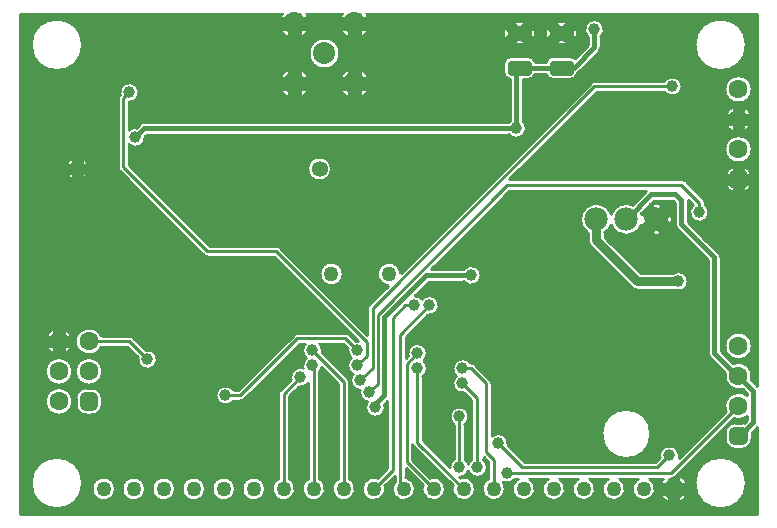
<source format=gbr>
G04 Generated by Ultiboard 13.0 *
%FSLAX24Y24*%
%MOIN*%

%ADD10C,0.0001*%
%ADD11C,0.0100*%
%ADD12C,0.0160*%
%ADD13C,0.0300*%
%ADD14C,0.0394*%
%ADD15C,0.0500*%
%ADD16R,0.0250X0.0250*%
%ADD17C,0.0350*%
%ADD18C,0.0633*%
%ADD19R,0.0208X0.0208*%
%ADD20C,0.0392*%
%ADD21R,0.0550X0.0250*%
%ADD22C,0.0233*%
%ADD23C,0.0735*%
%ADD24C,0.0534*%
%ADD25C,0.0783*%


G04 ColorRGB 0000FF for the following layer *
%LNCopper Bottom*%
%LPD*%
G54D10*
G36*
X22411Y10600D02*
X22411Y10600D01*
X22411Y9887D01*
X23000Y9298D01*
X23000Y9298D01*
X23449Y8849D01*
G74*
D01*
G02X23511Y8700I148J149*
G01*
X23511Y8700D01*
X23511Y5587D01*
X23926Y5172D01*
G75*
D01*
G02X24536Y4613I175J-421*
G01*
X24536Y4613D01*
X24731Y4417D01*
X24731Y16818D01*
X11708Y16818D01*
G74*
D01*
G02X11784Y16683I407J318*
G01*
X11784Y16683D01*
X11534Y16683D01*
G75*
D01*
G02X11534Y16317I-234J-183*
G01*
X11534Y16317D01*
X11784Y16317D01*
G74*
D01*
G02X11483Y16016I484J183*
G01*
X11483Y16016D01*
X11483Y16266D01*
G75*
D01*
G02X11117Y16266I-183J234*
G01*
X11117Y16266D01*
X11117Y16016D01*
G74*
D01*
G02X10816Y16317I183J484*
G01*
X10816Y16317D01*
X11066Y16317D01*
G75*
D01*
G02X11066Y16683I234J183*
G01*
X11066Y16683D01*
X10816Y16683D01*
G74*
D01*
G02X10892Y16818I483J183*
G01*
X10892Y16818D01*
X9708Y16818D01*
G74*
D01*
G02X9784Y16683I407J318*
G01*
X9784Y16683D01*
X9534Y16683D01*
G75*
D01*
G02X9534Y16317I-234J-183*
G01*
X9534Y16317D01*
X9784Y16317D01*
G74*
D01*
G02X9483Y16016I484J183*
G01*
X9483Y16016D01*
X9483Y16266D01*
G75*
D01*
G02X9117Y16266I-183J234*
G01*
X9117Y16266D01*
X9117Y16016D01*
G74*
D01*
G02X8816Y16317I183J484*
G01*
X8816Y16317D01*
X9066Y16317D01*
G75*
D01*
G02X9066Y16683I234J183*
G01*
X9066Y16683D01*
X8816Y16683D01*
G74*
D01*
G02X8892Y16818I483J183*
G01*
X8892Y16818D01*
X151Y16818D01*
X151Y151D01*
X24731Y151D01*
X24731Y3033D01*
X24542Y2843D01*
X24542Y2646D01*
G75*
D01*
G02X24204Y2308I-338J0*
G01*
X24204Y2308D01*
X23996Y2308D01*
G75*
D01*
G02X23658Y2646I0J338*
G01*
X23658Y2646D01*
X23658Y2854D01*
G75*
D01*
G02X23996Y3192I338J0*
G01*
X23996Y3192D01*
X24204Y3192D01*
G74*
D01*
G02X24284Y3182I2J338*
G01*
X24284Y3182D01*
X24389Y3287D01*
X24389Y3396D01*
G75*
D01*
G02X23931Y3326I-288J353*
G01*
X23931Y3326D01*
X21978Y1372D01*
G74*
D01*
G02X21850Y1319I128J128*
G01*
X21850Y1319D01*
X21784Y1319D01*
X21784Y1141D01*
X21501Y1141D01*
G74*
D01*
G02X21579Y1319I314J32*
G01*
X21579Y1319D01*
X21141Y1319D01*
G75*
D01*
G02X20741Y1319I-200J-335*
G01*
X20741Y1319D01*
X20141Y1319D01*
G75*
D01*
G02X19741Y1319I-200J-335*
G01*
X19741Y1319D01*
X19141Y1319D01*
G75*
D01*
G02X18741Y1319I-200J-335*
G01*
X18741Y1319D01*
X18141Y1319D01*
G75*
D01*
G02X17741Y1319I-200J-335*
G01*
X17741Y1319D01*
X17141Y1319D01*
G75*
D01*
G02X16741Y1319I-200J-335*
G01*
X16741Y1319D01*
X16672Y1319D01*
G75*
D01*
G02X16264Y1203I-272J180*
G01*
G75*
D01*
G02X15760Y1330I-323J-218*
G01*
X15760Y1330D01*
X15760Y1884D01*
X15601Y2043D01*
X15601Y1958D01*
G75*
D01*
G02X15100Y1570I-201J-258*
G01*
G74*
D01*
G02X14808Y1373I299J129*
G01*
X14808Y1373D01*
X14825Y1356D01*
G75*
D01*
G02X14569Y1101I115J-372*
G01*
X14569Y1101D01*
X13272Y2397D01*
G74*
D01*
G02X13231Y2461I129J127*
G01*
X13231Y2461D01*
X13231Y1950D01*
X13825Y1356D01*
G75*
D01*
G02X13569Y1101I115J-372*
G01*
X13569Y1101D01*
X13001Y1669D01*
X13001Y1370D01*
G75*
D01*
G02X12639Y1231I-60J-385*
G01*
X12639Y1231D01*
X12639Y1427D01*
X12313Y1101D01*
G75*
D01*
G02X12057Y1356I-371J-117*
G01*
X12057Y1356D01*
X12399Y1698D01*
X12399Y3901D01*
X12308Y3810D01*
G75*
D01*
G02X11728Y3881I-308J-110*
G01*
G75*
D01*
G02X11482Y4274I72J319*
G01*
G75*
D01*
G02X11249Y4810I16J326*
G01*
G75*
D01*
G02X11189Y5350I149J290*
G01*
G75*
D01*
G02X11080Y5665I211J250*
G01*
X11080Y5665D01*
X10925Y5819D01*
X10143Y5819D01*
G75*
D01*
G02X10220Y5535I-243J-218*
G01*
X10220Y5535D01*
X11069Y4687D01*
G74*
D01*
G02X11122Y4559I128J128*
G01*
X11122Y4559D01*
X11122Y1330D01*
G75*
D01*
G02X10760Y1330I-181J-345*
G01*
X10760Y1330D01*
X10760Y4484D01*
X10218Y5026D01*
G74*
D01*
G02X10122Y4860I318J73*
G01*
X10122Y4860D01*
X10122Y1330D01*
G75*
D01*
G02X9760Y1330I-181J-345*
G01*
X9760Y1330D01*
X9760Y4502D01*
G75*
D01*
G02X9435Y4380I-259J197*
G01*
X9435Y4380D01*
X9298Y4242D01*
X9122Y4066D01*
X9122Y1330D01*
G75*
D01*
G02X8760Y1330I-181J-345*
G01*
X8760Y1330D01*
X8760Y4141D01*
G75*
D01*
G02X8813Y4269I181J0*
G01*
X8813Y4269D01*
X9180Y4635D01*
G75*
D01*
G02X9584Y5016I319J66*
G01*
G75*
D01*
G02X9689Y5350I315J85*
G01*
G75*
D01*
G02X9657Y5819I211J250*
G01*
X9657Y5819D01*
X9475Y5819D01*
X9303Y5647D01*
X7628Y3972D01*
G74*
D01*
G02X7556Y3928I128J128*
G01*
G75*
D01*
G02X7500Y3919I-56J171*
G01*
X7500Y3919D01*
X7272Y3919D01*
G75*
D01*
G02X7272Y4281I-271J181*
G01*
X7272Y4281D01*
X7425Y4281D01*
X9272Y6128D01*
G74*
D01*
G02X9367Y6178I128J128*
G01*
G75*
D01*
G02X9400Y6181I33J-178*
G01*
X9400Y6181D01*
X11000Y6181D01*
G75*
D01*
G02X11046Y6175I0J-181*
G01*
G74*
D01*
G02X11128Y6128I45J174*
G01*
X11128Y6128D01*
X11335Y5920D01*
G75*
D01*
G02X11418Y5926I65J-319*
G01*
X11418Y5926D01*
X8625Y8719D01*
X6400Y8719D01*
G75*
D01*
G02X6359Y8724I1J181*
G01*
G74*
D01*
G02X6272Y8772I40J175*
G01*
X6272Y8772D01*
X5746Y9298D01*
X5746Y9298D01*
X3472Y11572D01*
G75*
D01*
G02X3419Y11700I128J128*
G01*
X3419Y11700D01*
X3419Y14000D01*
G75*
D01*
G02X3472Y14128I181J0*
G01*
X3472Y14128D01*
X3480Y14135D01*
G75*
D01*
G02X3781Y13874I320J64*
G01*
X3781Y13874D01*
X3781Y12943D01*
G75*
D01*
G02X4027Y13026I219J-243*
G01*
X4027Y13026D01*
X4151Y13149D01*
G74*
D01*
G02X4257Y13207I150J147*
G01*
G75*
D01*
G02X4300Y13211I41J-207*
G01*
X4300Y13211D01*
X16450Y13211D01*
G74*
D01*
G02X16489Y13250I250J211*
G01*
X16489Y13250D01*
X16489Y14636D01*
G75*
D01*
G02X16267Y14892I36J255*
G01*
X16267Y14892D01*
X16267Y15142D01*
G75*
D01*
G02X16525Y15400I258J0*
G01*
X16525Y15400D01*
X17075Y15400D01*
G74*
D01*
G02X17318Y15228I0J258*
G01*
X17318Y15228D01*
X17682Y15228D01*
G75*
D01*
G02X17925Y15400I243J-85*
G01*
X17925Y15400D01*
X18475Y15400D01*
G74*
D01*
G02X18641Y15339I1J258*
G01*
X18641Y15339D01*
X19089Y15787D01*
X19089Y16050D01*
G75*
D01*
G02X19511Y16050I211J250*
G01*
X19511Y16050D01*
X19511Y15700D01*
G75*
D01*
G02X19449Y15551I-211J0*
G01*
X19449Y15551D01*
X18766Y14868D01*
G74*
D01*
G02X18727Y14837I149J148*
G01*
G74*
D01*
G02X18475Y14634I251J54*
G01*
X18475Y14634D01*
X17925Y14634D01*
G75*
D01*
G02X17682Y14806I0J258*
G01*
X17682Y14806D01*
X17318Y14806D01*
G74*
D01*
G02X17075Y14634I243J85*
G01*
X17075Y14634D01*
X16911Y14634D01*
X16911Y13250D01*
G75*
D01*
G02X16450Y12789I-212J-249*
G01*
X16450Y12789D01*
X4387Y12789D01*
X4326Y12727D01*
G75*
D01*
G02X3781Y12457I-326J-27*
G01*
X3781Y12457D01*
X3781Y11775D01*
X6475Y9081D01*
X8700Y9081D01*
G75*
D01*
G02X8761Y9070I-1J-181*
G01*
G74*
D01*
G02X8828Y9028I60J170*
G01*
X8828Y9028D01*
X11729Y6127D01*
X11729Y7010D01*
G75*
D01*
G02X11782Y7138I181J0*
G01*
X11782Y7138D01*
X12407Y7762D01*
G75*
D01*
G02X12838Y8193I43J388*
G01*
X12838Y8193D01*
X13942Y9298D01*
X13942Y9298D01*
X19172Y14528D01*
G74*
D01*
G02X19251Y14574I128J128*
G01*
G75*
D01*
G02X19300Y14581I50J-173*
G01*
X19300Y14581D01*
X21628Y14581D01*
G75*
D01*
G02X21628Y14219I271J-181*
G01*
X21628Y14219D01*
X19375Y14219D01*
X16457Y11301D01*
X22200Y11301D01*
G75*
D01*
G02X22231Y11299I3J-201*
G01*
G74*
D01*
G02X22342Y11242I32J198*
G01*
X22342Y11242D01*
X22942Y10642D01*
G74*
D01*
G02X23001Y10500I141J142*
G01*
X23001Y10500D01*
X23001Y10458D01*
G75*
D01*
G02X22577Y10439I-201J-258*
G01*
X22577Y10439D01*
X22411Y10605D01*
X22411Y10600D01*
D02*
G37*
%LPC*%
G36*
X9117Y14266D02*
X9117Y14266D01*
X9117Y14016D01*
G74*
D01*
G02X8816Y14317I183J484*
G01*
X8816Y14317D01*
X9066Y14317D01*
G75*
D01*
G02X9066Y14683I234J183*
G01*
X9066Y14683D01*
X8816Y14683D01*
G74*
D01*
G02X9117Y14984I484J183*
G01*
X9117Y14984D01*
X9117Y14734D01*
G75*
D01*
G02X9483Y14734I183J-234*
G01*
X9483Y14734D01*
X9483Y14984D01*
G74*
D01*
G02X9784Y14683I183J484*
G01*
X9784Y14683D01*
X9534Y14683D01*
G75*
D01*
G02X9534Y14317I-234J-183*
G01*
X9534Y14317D01*
X9784Y14317D01*
G74*
D01*
G02X9483Y14016I484J183*
G01*
X9483Y14016D01*
X9483Y14266D01*
G75*
D01*
G02X9117Y14266I-183J234*
G01*
D02*
G37*
G36*
X23643Y5750D02*
G75*
D01*
G02X23643Y5750I457J0*
G01*
D02*
G37*
G36*
X10143Y8150D02*
G75*
D01*
G02X10143Y8150I390J0*
G01*
D02*
G37*
G36*
X21766Y984D02*
G75*
D01*
G02X21766Y984I175J0*
G01*
D02*
G37*
G36*
X22381Y1141D02*
X22381Y1141D01*
X22098Y1141D01*
X22098Y1424D01*
G74*
D01*
G02X22381Y1141I31J314*
G01*
D02*
G37*
G36*
X22647Y1181D02*
G75*
D01*
G02X22647Y1181I857J0*
G01*
D02*
G37*
G36*
X21501Y828D02*
X21501Y828D01*
X21784Y828D01*
X21784Y544D01*
G74*
D01*
G02X21501Y828I32J314*
G01*
D02*
G37*
G36*
X22098Y544D02*
X22098Y544D01*
X22098Y828D01*
X22381Y828D01*
G74*
D01*
G02X22098Y544I315J30*
G01*
D02*
G37*
G36*
X9783Y15500D02*
G75*
D01*
G02X9783Y15500I517J0*
G01*
D02*
G37*
G36*
X11534Y14683D02*
G75*
D01*
G02X11534Y14317I-234J-183*
G01*
X11534Y14317D01*
X11784Y14317D01*
G74*
D01*
G02X11483Y14016I484J183*
G01*
X11483Y14016D01*
X11483Y14266D01*
G75*
D01*
G02X11117Y14266I-183J234*
G01*
X11117Y14266D01*
X11117Y14016D01*
G74*
D01*
G02X10816Y14317I183J484*
G01*
X10816Y14317D01*
X11066Y14317D01*
G75*
D01*
G02X11066Y14683I234J183*
G01*
X11066Y14683D01*
X10816Y14683D01*
G74*
D01*
G02X11117Y14984I484J183*
G01*
X11117Y14984D01*
X11117Y14734D01*
G75*
D01*
G02X11483Y14734I183J-234*
G01*
X11483Y14734D01*
X11483Y14984D01*
G74*
D01*
G02X11784Y14683I183J484*
G01*
X11784Y14683D01*
X11534Y14683D01*
D02*
G37*
G36*
X16501Y15802D02*
X16501Y15802D01*
X16800Y16016D01*
X17099Y15802D01*
G74*
D01*
G02X17075Y15800I33J255*
G01*
X17075Y15800D01*
X16525Y15800D01*
G75*
D01*
G02X16501Y15802I9J258*
G01*
D02*
G37*
G36*
X16280Y16390D02*
X16280Y16390D01*
X16567Y16183D01*
X16280Y15977D01*
G75*
D01*
G02X16267Y16058I245J81*
G01*
X16267Y16058D01*
X16267Y16308D01*
G74*
D01*
G02X16280Y16390I258J1*
G01*
D02*
G37*
G36*
X17099Y16565D02*
X17099Y16565D01*
X16800Y16351D01*
X16501Y16565D01*
G75*
D01*
G02X16525Y16566I23J-257*
G01*
X16525Y16566D01*
X17075Y16566D01*
G74*
D01*
G02X17099Y16565I1J258*
G01*
D02*
G37*
G36*
X17320Y16390D02*
G74*
D01*
G02X17333Y16308I245J81*
G01*
X17333Y16308D01*
X17333Y16058D01*
G75*
D01*
G02X17320Y15977I-258J0*
G01*
X17320Y15977D01*
X17033Y16183D01*
X17320Y16390D01*
D02*
G37*
G36*
X17901Y15802D02*
X17901Y15802D01*
X18200Y16016D01*
X18499Y15802D01*
G74*
D01*
G02X18475Y15800I33J255*
G01*
X18475Y15800D01*
X17925Y15800D01*
G75*
D01*
G02X17901Y15802I9J258*
G01*
D02*
G37*
G36*
X18499Y16565D02*
X18499Y16565D01*
X18200Y16351D01*
X17901Y16565D01*
G75*
D01*
G02X17925Y16566I23J-257*
G01*
X17925Y16566D01*
X18475Y16566D01*
G74*
D01*
G02X18499Y16565I1J258*
G01*
D02*
G37*
G36*
X17680Y16390D02*
X17680Y16390D01*
X17967Y16183D01*
X17680Y15977D01*
G75*
D01*
G02X17667Y16058I245J81*
G01*
X17667Y16058D01*
X17667Y16308D01*
G74*
D01*
G02X17680Y16390I258J1*
G01*
D02*
G37*
G36*
X18720Y16390D02*
G74*
D01*
G02X18733Y16308I245J81*
G01*
X18733Y16308D01*
X18733Y16058D01*
G75*
D01*
G02X18720Y15977I-258J0*
G01*
X18720Y15977D01*
X18433Y16183D01*
X18720Y16390D01*
D02*
G37*
G36*
X24257Y10862D02*
X24257Y10862D01*
X24257Y11143D01*
X24538Y11143D01*
G74*
D01*
G02X24257Y10862I334J53*
G01*
D02*
G37*
G36*
X23662Y11143D02*
X23662Y11143D01*
X23943Y11143D01*
X23943Y10862D01*
G74*
D01*
G02X23662Y11143I53J334*
G01*
D02*
G37*
G36*
X24538Y11457D02*
X24538Y11457D01*
X24257Y11457D01*
X24257Y11738D01*
G74*
D01*
G02X24538Y11457I53J334*
G01*
D02*
G37*
G36*
X23943Y11738D02*
X23943Y11738D01*
X23943Y11457D01*
X23662Y11457D01*
G74*
D01*
G02X23943Y11738I334J53*
G01*
D02*
G37*
G36*
X23904Y11300D02*
G75*
D01*
G02X23904Y11300I196J0*
G01*
D02*
G37*
G36*
X23643Y12300D02*
G75*
D01*
G02X23643Y12300I457J0*
G01*
D02*
G37*
G36*
X24527Y13138D02*
G74*
D01*
G02X24262Y12873I426J161*
G01*
X24262Y12873D01*
X24262Y13138D01*
X24527Y13138D01*
D02*
G37*
G36*
X23925Y13300D02*
G75*
D01*
G02X23925Y13300I175J0*
G01*
D02*
G37*
G36*
X23938Y12873D02*
G74*
D01*
G02X23673Y13138I161J426*
G01*
X23673Y13138D01*
X23938Y13138D01*
X23938Y12873D01*
D02*
G37*
G36*
X24262Y13727D02*
G74*
D01*
G02X24527Y13462I161J426*
G01*
X24527Y13462D01*
X24262Y13462D01*
X24262Y13727D01*
D02*
G37*
G36*
X23643Y14300D02*
G75*
D01*
G02X23643Y14300I457J0*
G01*
D02*
G37*
G36*
X23673Y13462D02*
G74*
D01*
G02X23938Y13727I426J161*
G01*
X23938Y13727D01*
X23938Y13462D01*
X23673Y13462D01*
D02*
G37*
G36*
X22647Y15787D02*
G75*
D01*
G02X22647Y15787I857J0*
G01*
D02*
G37*
G36*
X9739Y11650D02*
G75*
D01*
G02X9739Y11650I396J0*
G01*
D02*
G37*
G36*
X1694Y11791D02*
G74*
D01*
G02X1924Y12021I370J140*
G01*
X1924Y12021D01*
X1924Y11791D01*
X1694Y11791D01*
D02*
G37*
G36*
X2205Y12021D02*
G74*
D01*
G02X2436Y11791I139J371*
G01*
X2436Y11791D01*
X2205Y11791D01*
X2205Y12021D01*
D02*
G37*
G36*
X2436Y11509D02*
G74*
D01*
G02X2205Y11279I370J141*
G01*
X2205Y11279D01*
X2205Y11509D01*
X2436Y11509D01*
D02*
G37*
G36*
X1868Y11650D02*
G75*
D01*
G02X1868Y11650I197J0*
G01*
D02*
G37*
G36*
X1924Y11279D02*
G74*
D01*
G02X1694Y11509I140J370*
G01*
X1694Y11509D01*
X1924Y11509D01*
X1924Y11279D01*
D02*
G37*
G36*
X521Y15787D02*
G75*
D01*
G02X521Y15787I857J0*
G01*
D02*
G37*
G36*
X521Y1181D02*
G75*
D01*
G02X521Y1181I857J0*
G01*
D02*
G37*
G36*
X2551Y984D02*
G75*
D01*
G02X2551Y984I390J0*
G01*
D02*
G37*
G36*
X3551Y984D02*
G75*
D01*
G02X3551Y984I390J0*
G01*
D02*
G37*
G36*
X4551Y984D02*
G75*
D01*
G02X4551Y984I390J0*
G01*
D02*
G37*
G36*
X5551Y984D02*
G75*
D01*
G02X5551Y984I390J0*
G01*
D02*
G37*
G36*
X6551Y984D02*
G75*
D01*
G02X6551Y984I390J0*
G01*
D02*
G37*
G36*
X7551Y984D02*
G75*
D01*
G02X7551Y984I390J0*
G01*
D02*
G37*
G36*
X993Y3900D02*
G75*
D01*
G02X993Y3900I457J0*
G01*
D02*
G37*
G36*
X2346Y3458D02*
G75*
D01*
G02X2008Y3796I0J338*
G01*
X2008Y3796D01*
X2008Y4004D01*
G75*
D01*
G02X2346Y4342I338J0*
G01*
X2346Y4342D01*
X2554Y4342D01*
G74*
D01*
G02X2892Y4004I0J338*
G01*
X2892Y4004D01*
X2892Y3796D01*
G75*
D01*
G02X2554Y3458I-338J0*
G01*
X2554Y3458D01*
X2346Y3458D01*
D02*
G37*
G36*
X993Y4900D02*
G75*
D01*
G02X993Y4900I457J0*
G01*
D02*
G37*
G36*
X1993Y4900D02*
G75*
D01*
G02X1993Y4900I457J0*
G01*
D02*
G37*
G36*
X1288Y5473D02*
G74*
D01*
G02X1023Y5738I161J426*
G01*
X1023Y5738D01*
X1288Y5738D01*
X1288Y5473D01*
D02*
G37*
G36*
X1877Y5738D02*
G74*
D01*
G02X1612Y5473I426J161*
G01*
X1612Y5473D01*
X1612Y5738D01*
X1877Y5738D01*
D02*
G37*
G36*
X4335Y5620D02*
G75*
D01*
G02X4080Y5365I65J-320*
G01*
X4080Y5365D01*
X3725Y5719D01*
X2869Y5719D01*
G75*
D01*
G02X2869Y6081I-419J181*
G01*
X2869Y6081D01*
X3800Y6081D01*
G75*
D01*
G02X3828Y6079I1J-181*
G01*
G74*
D01*
G02X3928Y6028I28J179*
G01*
X3928Y6028D01*
X4335Y5620D01*
D02*
G37*
G36*
X1023Y6062D02*
G74*
D01*
G02X1288Y6327I426J161*
G01*
X1288Y6327D01*
X1288Y6062D01*
X1023Y6062D01*
D02*
G37*
G36*
X1275Y5900D02*
G75*
D01*
G02X1275Y5900I175J0*
G01*
D02*
G37*
G36*
X1612Y6327D02*
G74*
D01*
G02X1877Y6062I161J426*
G01*
X1877Y6062D01*
X1612Y6062D01*
X1612Y6327D01*
D02*
G37*
%LPD*%
G36*
X14950Y8311D02*
X14950Y8311D01*
X13867Y8311D01*
X14854Y9298D01*
X14854Y9298D01*
X16455Y10899D01*
X21001Y10899D01*
X20562Y10460D01*
G75*
D01*
G03X19860Y10149I-202J-491*
G01*
G75*
D01*
G03X19079Y9517I-499J-182*
G01*
X19079Y9517D01*
X19079Y9269D01*
G75*
D01*
G03X19161Y9069I281J-2*
G01*
X19161Y9069D01*
X20529Y7701D01*
G74*
D01*
G03X20660Y7627I199J199*
G01*
G75*
D01*
G03X20728Y7619I67J273*
G01*
X20728Y7619D01*
X21934Y7619D01*
G75*
D01*
G03X21934Y8181I165J281*
G01*
X21934Y8181D01*
X20845Y8181D01*
X19728Y9298D01*
X19641Y9385D01*
X19641Y9517D01*
G74*
D01*
G03X19860Y9787I280J451*
G01*
G75*
D01*
G03X20860Y9787I500J179*
G01*
G74*
D01*
G03X20875Y9750I499J181*
G01*
X20875Y9750D01*
X21093Y9968D01*
X20880Y10182D01*
X21147Y10448D01*
X21360Y10235D01*
X21578Y10453D01*
G75*
D01*
G03X21159Y10461I-219J-484*
G01*
X21159Y10461D01*
X21287Y10589D01*
X21913Y10589D01*
X21989Y10513D01*
X21989Y9800D01*
G75*
D01*
G03X22051Y9651I211J0*
G01*
X22051Y9651D01*
X22403Y9298D01*
X22403Y9298D01*
X23089Y8613D01*
X23089Y5500D01*
G75*
D01*
G03X23151Y5351I211J0*
G01*
X23151Y5351D01*
X23654Y4848D01*
G75*
D01*
G03X24237Y4314I445J-99*
G01*
X24237Y4314D01*
X24389Y4163D01*
X24389Y4104D01*
G75*
D01*
G03X23676Y3581I-290J-352*
G01*
X23676Y3581D01*
X22118Y2024D01*
G75*
D01*
G03X21480Y2035I-318J72*
G01*
X21480Y2035D01*
X21325Y1881D01*
X16975Y1881D01*
X16420Y2435D01*
G75*
D01*
G03X15881Y2743I-319J67*
G01*
X15881Y2743D01*
X15881Y4500D01*
G74*
D01*
G03X15828Y4628I181J0*
G01*
X15828Y4628D01*
X15328Y5128D01*
G74*
D01*
G03X15238Y5177I128J128*
G01*
G75*
D01*
G03X15200Y5181I-38J-177*
G01*
X15200Y5181D01*
X15172Y5181D01*
G75*
D01*
G03X14689Y4750I-267J-186*
G01*
G75*
D01*
G03X14965Y4180I211J-249*
G01*
X14965Y4180D01*
X15199Y3945D01*
X15199Y1958D01*
G74*
D01*
G03X15100Y1830I201J258*
G01*
G74*
D01*
G03X14981Y1972I299J130*
G01*
X14981Y1972D01*
X14981Y3128D01*
G75*
D01*
G03X14619Y3128I-181J271*
G01*
X14619Y3128D01*
X14619Y1972D01*
G74*
D01*
G03X14473Y1708I180J272*
G01*
X14473Y1708D01*
X13581Y2600D01*
X13581Y4728D01*
G75*
D01*
G03X13611Y5250I-179J272*
G01*
G75*
D01*
G03X13080Y5435I-211J250*
G01*
X13080Y5435D01*
X13001Y5357D01*
X13001Y6045D01*
X13735Y6780D01*
G75*
D01*
G03X13550Y7311I63J320*
G01*
G74*
D01*
G03X13324Y7426I250J211*
G01*
X13324Y7426D01*
X13787Y7889D01*
X14950Y7889D01*
G75*
D01*
G03X14950Y8311I250J211*
G01*
D02*
G37*
%LPC*%
G36*
X21578Y9483D02*
X21578Y9483D01*
X21360Y9702D01*
X21142Y9483D01*
G75*
D01*
G03X21578Y9483I218J484*
G01*
D02*
G37*
G36*
X21127Y9968D02*
G75*
D01*
G03X21127Y9968I233J0*
G01*
D02*
G37*
G36*
X21845Y10187D02*
X21845Y10187D01*
X21627Y9968D01*
X21845Y9750D01*
G75*
D01*
G03X21845Y10187I-484J219*
G01*
D02*
G37*
G36*
X19541Y2818D02*
G75*
D01*
G03X19541Y2818I819J0*
G01*
D02*
G37*
%LPD*%
G36*
X9117Y16734D02*
G75*
D01*
G02X9483Y16734I183J-234*
G01*
X9483Y16734D01*
X9483Y16818D01*
X9117Y16818D01*
X9117Y16734D01*
D02*
G37*
G36*
X11117Y16734D02*
G75*
D01*
G02X11483Y16734I183J-234*
G01*
X11483Y16734D01*
X11483Y16818D01*
X11117Y16818D01*
X11117Y16734D01*
D02*
G37*
G36*
X20868Y10169D02*
G74*
D01*
G03X20860Y10149I489J207*
G01*
G74*
D01*
G03X20857Y10158I505J163*
G01*
X20857Y10158D01*
X20868Y10169D01*
D02*
G37*
G54D11*
X9117Y14266D02*
X9117Y14016D01*
G74*
D01*
G02X8816Y14317I183J484*
G01*
X9066Y14317D01*
G75*
D01*
G02X9066Y14683I234J183*
G01*
X8816Y14683D01*
G74*
D01*
G02X9117Y14984I484J183*
G01*
X9117Y14734D01*
G75*
D01*
G02X9483Y14734I183J-234*
G01*
X9483Y14984D01*
G74*
D01*
G02X9784Y14683I183J484*
G01*
X9534Y14683D01*
G75*
D01*
G02X9534Y14317I-234J-183*
G01*
X9784Y14317D01*
G74*
D01*
G02X9483Y14016I484J183*
G01*
X9483Y14266D01*
G75*
D01*
G02X9117Y14266I-183J234*
G01*
X23643Y5750D02*
G75*
D01*
G02X23643Y5750I457J0*
G01*
X10143Y8150D02*
G75*
D01*
G02X10143Y8150I390J0*
G01*
X21766Y984D02*
G75*
D01*
G02X21766Y984I175J0*
G01*
X22381Y1141D02*
X22098Y1141D01*
X22098Y1424D01*
G74*
D01*
G02X22381Y1141I31J314*
G01*
X22647Y1181D02*
G75*
D01*
G02X22647Y1181I857J0*
G01*
X21501Y828D02*
X21784Y828D01*
X21784Y544D01*
G74*
D01*
G02X21501Y828I32J314*
G01*
X22098Y544D02*
X22098Y828D01*
X22381Y828D01*
G74*
D01*
G02X22098Y544I315J30*
G01*
X9783Y15500D02*
G75*
D01*
G02X9783Y15500I517J0*
G01*
X11534Y14683D02*
G75*
D01*
G02X11534Y14317I-234J-183*
G01*
X11784Y14317D01*
G74*
D01*
G02X11483Y14016I484J183*
G01*
X11483Y14266D01*
G75*
D01*
G02X11117Y14266I-183J234*
G01*
X11117Y14016D01*
G74*
D01*
G02X10816Y14317I183J484*
G01*
X11066Y14317D01*
G75*
D01*
G02X11066Y14683I234J183*
G01*
X10816Y14683D01*
G74*
D01*
G02X11117Y14984I484J183*
G01*
X11117Y14734D01*
G75*
D01*
G02X11483Y14734I183J-234*
G01*
X11483Y14984D01*
G74*
D01*
G02X11784Y14683I183J484*
G01*
X11534Y14683D01*
X16501Y15802D02*
X16800Y16016D01*
X17099Y15802D01*
G74*
D01*
G02X17075Y15800I33J255*
G01*
X16525Y15800D01*
G75*
D01*
G02X16501Y15802I9J258*
G01*
X16280Y16390D02*
X16567Y16183D01*
X16280Y15977D01*
G75*
D01*
G02X16267Y16058I245J81*
G01*
X16267Y16308D01*
G74*
D01*
G02X16280Y16390I258J1*
G01*
X17099Y16565D02*
X16800Y16351D01*
X16501Y16565D01*
G75*
D01*
G02X16525Y16566I23J-257*
G01*
X17075Y16566D01*
G74*
D01*
G02X17099Y16565I1J258*
G01*
X17320Y16390D02*
G74*
D01*
G02X17333Y16308I245J81*
G01*
X17333Y16058D01*
G75*
D01*
G02X17320Y15977I-258J0*
G01*
X17033Y16183D01*
X17320Y16390D01*
X17901Y15802D02*
X18200Y16016D01*
X18499Y15802D01*
G74*
D01*
G02X18475Y15800I33J255*
G01*
X17925Y15800D01*
G75*
D01*
G02X17901Y15802I9J258*
G01*
X18499Y16565D02*
X18200Y16351D01*
X17901Y16565D01*
G75*
D01*
G02X17925Y16566I23J-257*
G01*
X18475Y16566D01*
G74*
D01*
G02X18499Y16565I1J258*
G01*
X17680Y16390D02*
X17967Y16183D01*
X17680Y15977D01*
G75*
D01*
G02X17667Y16058I245J81*
G01*
X17667Y16308D01*
G74*
D01*
G02X17680Y16390I258J1*
G01*
X18720Y16390D02*
G74*
D01*
G02X18733Y16308I245J81*
G01*
X18733Y16058D01*
G75*
D01*
G02X18720Y15977I-258J0*
G01*
X18433Y16183D01*
X18720Y16390D01*
X24257Y10862D02*
X24257Y11143D01*
X24538Y11143D01*
G74*
D01*
G02X24257Y10862I334J53*
G01*
X23662Y11143D02*
X23943Y11143D01*
X23943Y10862D01*
G74*
D01*
G02X23662Y11143I53J334*
G01*
X24538Y11457D02*
X24257Y11457D01*
X24257Y11738D01*
G74*
D01*
G02X24538Y11457I53J334*
G01*
X23943Y11738D02*
X23943Y11457D01*
X23662Y11457D01*
G74*
D01*
G02X23943Y11738I334J53*
G01*
X23904Y11300D02*
G75*
D01*
G02X23904Y11300I196J0*
G01*
X23643Y12300D02*
G75*
D01*
G02X23643Y12300I457J0*
G01*
X24527Y13138D02*
G74*
D01*
G02X24262Y12873I426J161*
G01*
X24262Y13138D01*
X24527Y13138D01*
X23925Y13300D02*
G75*
D01*
G02X23925Y13300I175J0*
G01*
X23938Y12873D02*
G74*
D01*
G02X23673Y13138I161J426*
G01*
X23938Y13138D01*
X23938Y12873D01*
X24262Y13727D02*
G74*
D01*
G02X24527Y13462I161J426*
G01*
X24262Y13462D01*
X24262Y13727D01*
X23643Y14300D02*
G75*
D01*
G02X23643Y14300I457J0*
G01*
X23673Y13462D02*
G74*
D01*
G02X23938Y13727I426J161*
G01*
X23938Y13462D01*
X23673Y13462D01*
X22647Y15787D02*
G75*
D01*
G02X22647Y15787I857J0*
G01*
X9739Y11650D02*
G75*
D01*
G02X9739Y11650I396J0*
G01*
X1694Y11791D02*
G74*
D01*
G02X1924Y12021I370J140*
G01*
X1924Y11791D01*
X1694Y11791D01*
X2205Y12021D02*
G74*
D01*
G02X2436Y11791I139J371*
G01*
X2205Y11791D01*
X2205Y12021D01*
X2436Y11509D02*
G74*
D01*
G02X2205Y11279I370J141*
G01*
X2205Y11509D01*
X2436Y11509D01*
X1868Y11650D02*
G75*
D01*
G02X1868Y11650I197J0*
G01*
X1924Y11279D02*
G74*
D01*
G02X1694Y11509I140J370*
G01*
X1924Y11509D01*
X1924Y11279D01*
X521Y15787D02*
G75*
D01*
G02X521Y15787I857J0*
G01*
X521Y1181D02*
G75*
D01*
G02X521Y1181I857J0*
G01*
X2551Y984D02*
G75*
D01*
G02X2551Y984I390J0*
G01*
X3551Y984D02*
G75*
D01*
G02X3551Y984I390J0*
G01*
X4551Y984D02*
G75*
D01*
G02X4551Y984I390J0*
G01*
X5551Y984D02*
G75*
D01*
G02X5551Y984I390J0*
G01*
X6551Y984D02*
G75*
D01*
G02X6551Y984I390J0*
G01*
X7551Y984D02*
G75*
D01*
G02X7551Y984I390J0*
G01*
X993Y3900D02*
G75*
D01*
G02X993Y3900I457J0*
G01*
X2346Y3458D02*
G75*
D01*
G02X2008Y3796I0J338*
G01*
X2008Y4004D01*
G75*
D01*
G02X2346Y4342I338J0*
G01*
X2554Y4342D01*
G74*
D01*
G02X2892Y4004I0J338*
G01*
X2892Y3796D01*
G75*
D01*
G02X2554Y3458I-338J0*
G01*
X2346Y3458D01*
X993Y4900D02*
G75*
D01*
G02X993Y4900I457J0*
G01*
X1993Y4900D02*
G75*
D01*
G02X1993Y4900I457J0*
G01*
X1288Y5473D02*
G74*
D01*
G02X1023Y5738I161J426*
G01*
X1288Y5738D01*
X1288Y5473D01*
X1877Y5738D02*
G74*
D01*
G02X1612Y5473I426J161*
G01*
X1612Y5738D01*
X1877Y5738D01*
X4335Y5620D02*
G75*
D01*
G02X4080Y5365I65J-320*
G01*
X3725Y5719D01*
X2869Y5719D01*
G75*
D01*
G02X2869Y6081I-419J181*
G01*
X3800Y6081D01*
G75*
D01*
G02X3828Y6079I1J-181*
G01*
G74*
D01*
G02X3928Y6028I28J179*
G01*
X4335Y5620D01*
X1023Y6062D02*
G74*
D01*
G02X1288Y6327I426J161*
G01*
X1288Y6062D01*
X1023Y6062D01*
X1275Y5900D02*
G75*
D01*
G02X1275Y5900I175J0*
G01*
X1612Y6327D02*
G74*
D01*
G02X1877Y6062I161J426*
G01*
X1612Y6062D01*
X1612Y6327D01*
X22411Y10600D02*
X22411Y9887D01*
X23000Y9298D01*
X23000Y9298D01*
X23449Y8849D01*
G74*
D01*
G02X23511Y8700I148J149*
G01*
X23511Y5587D01*
X23926Y5172D01*
G75*
D01*
G02X24536Y4613I175J-421*
G01*
X24731Y4417D01*
X24731Y16818D01*
X11708Y16818D01*
G74*
D01*
G02X11784Y16683I407J318*
G01*
X11534Y16683D01*
G75*
D01*
G02X11534Y16317I-234J-183*
G01*
X11784Y16317D01*
G74*
D01*
G02X11483Y16016I484J183*
G01*
X11483Y16266D01*
G75*
D01*
G02X11117Y16266I-183J234*
G01*
X11117Y16016D01*
G74*
D01*
G02X10816Y16317I183J484*
G01*
X11066Y16317D01*
G75*
D01*
G02X11066Y16683I234J183*
G01*
X10816Y16683D01*
G74*
D01*
G02X10892Y16818I483J183*
G01*
X9708Y16818D01*
G74*
D01*
G02X9784Y16683I407J318*
G01*
X9534Y16683D01*
G75*
D01*
G02X9534Y16317I-234J-183*
G01*
X9784Y16317D01*
G74*
D01*
G02X9483Y16016I484J183*
G01*
X9483Y16266D01*
G75*
D01*
G02X9117Y16266I-183J234*
G01*
X9117Y16016D01*
G74*
D01*
G02X8816Y16317I183J484*
G01*
X9066Y16317D01*
G75*
D01*
G02X9066Y16683I234J183*
G01*
X8816Y16683D01*
G74*
D01*
G02X8892Y16818I483J183*
G01*
X151Y16818D01*
X151Y151D01*
X24731Y151D01*
X24731Y3033D01*
X24542Y2843D01*
X24542Y2646D01*
G75*
D01*
G02X24204Y2308I-338J0*
G01*
X23996Y2308D01*
G75*
D01*
G02X23658Y2646I0J338*
G01*
X23658Y2854D01*
G75*
D01*
G02X23996Y3192I338J0*
G01*
X24204Y3192D01*
G74*
D01*
G02X24284Y3182I2J338*
G01*
X24389Y3287D01*
X24389Y3396D01*
G75*
D01*
G02X23931Y3326I-288J353*
G01*
X21978Y1372D01*
G74*
D01*
G02X21850Y1319I128J128*
G01*
X21784Y1319D01*
X21784Y1141D01*
X21501Y1141D01*
G74*
D01*
G02X21579Y1319I314J32*
G01*
X21141Y1319D01*
G75*
D01*
G02X20741Y1319I-200J-335*
G01*
X20141Y1319D01*
G75*
D01*
G02X19741Y1319I-200J-335*
G01*
X19141Y1319D01*
G75*
D01*
G02X18741Y1319I-200J-335*
G01*
X18141Y1319D01*
G75*
D01*
G02X17741Y1319I-200J-335*
G01*
X17141Y1319D01*
G75*
D01*
G02X16741Y1319I-200J-335*
G01*
X16672Y1319D01*
G75*
D01*
G02X16264Y1203I-272J180*
G01*
G75*
D01*
G02X15760Y1330I-323J-218*
G01*
X15760Y1884D01*
X15601Y2043D01*
X15601Y1958D01*
G75*
D01*
G02X15100Y1570I-201J-258*
G01*
G74*
D01*
G02X14808Y1373I299J129*
G01*
X14825Y1356D01*
G75*
D01*
G02X14569Y1101I115J-372*
G01*
X13272Y2397D01*
G74*
D01*
G02X13231Y2461I129J127*
G01*
X13231Y1950D01*
X13825Y1356D01*
G75*
D01*
G02X13569Y1101I115J-372*
G01*
X13001Y1669D01*
X13001Y1370D01*
G75*
D01*
G02X12639Y1231I-60J-385*
G01*
X12639Y1427D01*
X12313Y1101D01*
G75*
D01*
G02X12057Y1356I-371J-117*
G01*
X12399Y1698D01*
X12399Y3901D01*
X12308Y3810D01*
G75*
D01*
G02X11728Y3881I-308J-110*
G01*
G75*
D01*
G02X11482Y4274I72J319*
G01*
G75*
D01*
G02X11249Y4810I16J326*
G01*
G75*
D01*
G02X11189Y5350I149J290*
G01*
G75*
D01*
G02X11080Y5665I211J250*
G01*
X10925Y5819D01*
X10143Y5819D01*
G75*
D01*
G02X10220Y5535I-243J-218*
G01*
X11069Y4687D01*
G74*
D01*
G02X11122Y4559I128J128*
G01*
X11122Y1330D01*
G75*
D01*
G02X10760Y1330I-181J-345*
G01*
X10760Y4484D01*
X10218Y5026D01*
G74*
D01*
G02X10122Y4860I318J73*
G01*
X10122Y1330D01*
G75*
D01*
G02X9760Y1330I-181J-345*
G01*
X9760Y4502D01*
G75*
D01*
G02X9435Y4380I-259J197*
G01*
X9298Y4242D01*
X9122Y4066D01*
X9122Y1330D01*
G75*
D01*
G02X8760Y1330I-181J-345*
G01*
X8760Y4141D01*
G75*
D01*
G02X8813Y4269I181J0*
G01*
X9180Y4635D01*
G75*
D01*
G02X9584Y5016I319J66*
G01*
G75*
D01*
G02X9689Y5350I315J85*
G01*
G75*
D01*
G02X9657Y5819I211J250*
G01*
X9475Y5819D01*
X9303Y5647D01*
X7628Y3972D01*
G74*
D01*
G02X7556Y3928I128J128*
G01*
G75*
D01*
G02X7500Y3919I-56J171*
G01*
X7272Y3919D01*
G75*
D01*
G02X7272Y4281I-271J181*
G01*
X7425Y4281D01*
X9272Y6128D01*
G74*
D01*
G02X9367Y6178I128J128*
G01*
G75*
D01*
G02X9400Y6181I33J-178*
G01*
X11000Y6181D01*
G75*
D01*
G02X11046Y6175I0J-181*
G01*
G74*
D01*
G02X11128Y6128I45J174*
G01*
X11335Y5920D01*
G75*
D01*
G02X11418Y5926I65J-319*
G01*
X8625Y8719D01*
X6400Y8719D01*
G75*
D01*
G02X6359Y8724I1J181*
G01*
G74*
D01*
G02X6272Y8772I40J175*
G01*
X5746Y9298D01*
X5746Y9298D01*
X3472Y11572D01*
G75*
D01*
G02X3419Y11700I128J128*
G01*
X3419Y14000D01*
G75*
D01*
G02X3472Y14128I181J0*
G01*
X3480Y14135D01*
G75*
D01*
G02X3781Y13874I320J64*
G01*
X3781Y12943D01*
G75*
D01*
G02X4027Y13026I219J-243*
G01*
X4151Y13149D01*
G74*
D01*
G02X4257Y13207I150J147*
G01*
G75*
D01*
G02X4300Y13211I41J-207*
G01*
X16450Y13211D01*
G74*
D01*
G02X16489Y13250I250J211*
G01*
X16489Y14636D01*
G75*
D01*
G02X16267Y14892I36J255*
G01*
X16267Y15142D01*
G75*
D01*
G02X16525Y15400I258J0*
G01*
X17075Y15400D01*
G74*
D01*
G02X17318Y15228I0J258*
G01*
X17682Y15228D01*
G75*
D01*
G02X17925Y15400I243J-85*
G01*
X18475Y15400D01*
G74*
D01*
G02X18641Y15339I1J258*
G01*
X19089Y15787D01*
X19089Y16050D01*
G75*
D01*
G02X19511Y16050I211J250*
G01*
X19511Y15700D01*
G75*
D01*
G02X19449Y15551I-211J0*
G01*
X18766Y14868D01*
G74*
D01*
G02X18727Y14837I149J148*
G01*
G74*
D01*
G02X18475Y14634I251J54*
G01*
X17925Y14634D01*
G75*
D01*
G02X17682Y14806I0J258*
G01*
X17318Y14806D01*
G74*
D01*
G02X17075Y14634I243J85*
G01*
X16911Y14634D01*
X16911Y13250D01*
G75*
D01*
G02X16450Y12789I-212J-249*
G01*
X4387Y12789D01*
X4326Y12727D01*
G75*
D01*
G02X3781Y12457I-326J-27*
G01*
X3781Y11775D01*
X6475Y9081D01*
X8700Y9081D01*
G75*
D01*
G02X8761Y9070I-1J-181*
G01*
G74*
D01*
G02X8828Y9028I60J170*
G01*
X11729Y6127D01*
X11729Y7010D01*
G75*
D01*
G02X11782Y7138I181J0*
G01*
X12407Y7762D01*
G75*
D01*
G02X12838Y8193I43J388*
G01*
X13942Y9298D01*
X13942Y9298D01*
X19172Y14528D01*
G74*
D01*
G02X19251Y14574I128J128*
G01*
G75*
D01*
G02X19300Y14581I50J-173*
G01*
X21628Y14581D01*
G75*
D01*
G02X21628Y14219I271J-181*
G01*
X19375Y14219D01*
X16457Y11301D01*
X22200Y11301D01*
G75*
D01*
G02X22231Y11299I3J-201*
G01*
G74*
D01*
G02X22342Y11242I32J198*
G01*
X22942Y10642D01*
G74*
D01*
G02X23001Y10500I141J142*
G01*
X23001Y10458D01*
G75*
D01*
G02X22577Y10439I-201J-258*
G01*
X22411Y10605D01*
X22411Y10600D01*
X21578Y9483D02*
X21360Y9702D01*
X21142Y9483D01*
G75*
D01*
G03X21578Y9483I218J484*
G01*
X21127Y9968D02*
G75*
D01*
G03X21127Y9968I233J0*
G01*
X21845Y10187D02*
X21627Y9968D01*
X21845Y9750D01*
G75*
D01*
G03X21845Y10187I-484J219*
G01*
X19541Y2818D02*
G75*
D01*
G03X19541Y2818I819J0*
G01*
X14950Y8311D02*
X13867Y8311D01*
X14854Y9298D01*
X14854Y9298D01*
X16455Y10899D01*
X21001Y10899D01*
X20562Y10460D01*
G75*
D01*
G03X19860Y10149I-202J-491*
G01*
G75*
D01*
G03X19079Y9517I-499J-182*
G01*
X19079Y9269D01*
G75*
D01*
G03X19161Y9069I281J-2*
G01*
X20529Y7701D01*
G74*
D01*
G03X20660Y7627I199J199*
G01*
G75*
D01*
G03X20728Y7619I67J273*
G01*
X21934Y7619D01*
G75*
D01*
G03X21934Y8181I165J281*
G01*
X20845Y8181D01*
X19728Y9298D01*
X19641Y9385D01*
X19641Y9517D01*
G74*
D01*
G03X19860Y9787I280J451*
G01*
G75*
D01*
G03X20860Y9787I500J179*
G01*
G74*
D01*
G03X20875Y9750I499J181*
G01*
X21093Y9968D01*
X20880Y10182D01*
X21147Y10448D01*
X21360Y10235D01*
X21578Y10453D01*
G75*
D01*
G03X21159Y10461I-219J-484*
G01*
X21287Y10589D01*
X21913Y10589D01*
X21989Y10513D01*
X21989Y9800D01*
G75*
D01*
G03X22051Y9651I211J0*
G01*
X22403Y9298D01*
X22403Y9298D01*
X23089Y8613D01*
X23089Y5500D01*
G75*
D01*
G03X23151Y5351I211J0*
G01*
X23654Y4848D01*
G75*
D01*
G03X24237Y4314I445J-99*
G01*
X24389Y4163D01*
X24389Y4104D01*
G75*
D01*
G03X23676Y3581I-290J-352*
G01*
X22118Y2024D01*
G75*
D01*
G03X21480Y2035I-318J72*
G01*
X21325Y1881D01*
X16975Y1881D01*
X16420Y2435D01*
G75*
D01*
G03X15881Y2743I-319J67*
G01*
X15881Y4500D01*
G74*
D01*
G03X15828Y4628I181J0*
G01*
X15328Y5128D01*
G74*
D01*
G03X15238Y5177I128J128*
G01*
G75*
D01*
G03X15200Y5181I-38J-177*
G01*
X15172Y5181D01*
G75*
D01*
G03X14689Y4750I-267J-186*
G01*
G75*
D01*
G03X14965Y4180I211J-249*
G01*
X15199Y3945D01*
X15199Y1958D01*
G74*
D01*
G03X15100Y1830I201J258*
G01*
G74*
D01*
G03X14981Y1972I299J130*
G01*
X14981Y3128D01*
G75*
D01*
G03X14619Y3128I-181J271*
G01*
X14619Y1972D01*
G74*
D01*
G03X14473Y1708I180J272*
G01*
X13581Y2600D01*
X13581Y4728D01*
G75*
D01*
G03X13611Y5250I-179J272*
G01*
G75*
D01*
G03X13080Y5435I-211J250*
G01*
X13001Y5357D01*
X13001Y6045D01*
X13735Y6780D01*
G75*
D01*
G03X13550Y7311I63J320*
G01*
G74*
D01*
G03X13324Y7426I250J211*
G01*
X13787Y7889D01*
X14950Y7889D01*
G75*
D01*
G03X14950Y8311I250J211*
G01*
X20868Y10169D02*
G74*
D01*
G03X20860Y10149I489J207*
G01*
G74*
D01*
G03X20857Y10158I505J163*
G01*
X20868Y10169D01*
X9117Y16734D02*
G75*
D01*
G02X9483Y16734I183J-234*
G01*
X9483Y16818D01*
X9117Y16818D01*
X9117Y16734D01*
X11117Y16734D02*
G75*
D01*
G02X11483Y16734I183J-234*
G01*
X11483Y16818D01*
X11117Y16818D01*
X11117Y16734D01*
X13400Y5000D02*
X13400Y2525D01*
X14941Y984D01*
X4400Y5300D02*
X3800Y5900D01*
X2450Y5900D01*
X16400Y1500D02*
X21850Y1500D01*
X24100Y3750D01*
X9941Y984D02*
X9941Y5059D01*
X9900Y5100D01*
X10941Y984D02*
X10941Y4559D01*
X9900Y5600D01*
X3600Y14000D02*
X3800Y14200D01*
X15200Y5000D02*
X14900Y5000D01*
X15400Y4000D02*
X14900Y4500D01*
X8941Y984D02*
X8941Y4141D01*
X9500Y4700D01*
X13050Y1875D02*
X13050Y5150D01*
X13400Y5500D01*
X13050Y1875D02*
X13941Y984D01*
X3600Y11700D02*
X3600Y14000D01*
X6400Y8900D02*
X3600Y11700D01*
X21900Y14400D02*
X19300Y14400D01*
X6400Y8900D02*
X8700Y8900D01*
X7500Y4100D02*
X7000Y4100D01*
X11000Y6000D02*
X9400Y6000D01*
X11400Y5600D02*
X11000Y6000D01*
X9400Y6000D02*
X7500Y4100D01*
X12820Y1105D02*
X12820Y6120D01*
X13800Y7100D01*
X12820Y1105D02*
X12941Y984D01*
X12580Y6680D02*
X12580Y1623D01*
X11941Y984D01*
X11400Y5100D02*
X11730Y5430D01*
X11730Y5870D02*
X8700Y8900D01*
X11730Y5430D02*
X11730Y5870D01*
X11910Y5010D02*
X11910Y7010D01*
X11500Y4600D02*
X11910Y5010D01*
X19300Y14400D02*
X11910Y7010D01*
X12090Y4490D02*
X12090Y6790D01*
X11800Y4200D02*
X12090Y4490D01*
X13300Y7100D02*
X13000Y7100D01*
X12580Y6680D01*
X15941Y1959D02*
X15941Y984D01*
X15700Y2200D02*
X15700Y4500D01*
X15941Y1959D02*
X15700Y2200D01*
X15700Y4500D02*
X15200Y5000D01*
X14800Y3400D02*
X14800Y1700D01*
X15400Y1700D02*
X15400Y4000D01*
X21400Y1700D02*
X16900Y1700D01*
X21800Y2100D02*
X21400Y1700D01*
X16900Y1700D02*
X16100Y2500D01*
X22800Y10500D02*
X22800Y10200D01*
X16400Y11100D02*
X22200Y11100D01*
X16400Y11100D02*
X12090Y6790D01*
X22800Y10500D02*
X22200Y11100D01*
G54D12*
X4300Y13000D02*
X4000Y12700D01*
X4300Y13000D02*
X16700Y13000D01*
X16700Y14917D01*
X16800Y15017D01*
X18617Y15017D01*
X19300Y15700D01*
X19300Y16300D01*
X12000Y3700D02*
X12000Y3800D01*
X12300Y4100D01*
X12300Y4100D02*
X12300Y6700D01*
X12300Y6700D02*
X13700Y8100D01*
X15200Y8100D01*
X23300Y8700D02*
X22200Y9800D01*
X22200Y10600D01*
X22000Y10800D01*
X21200Y10800D02*
X20368Y9968D01*
X20360Y9968D01*
X22000Y10800D02*
X21200Y10800D01*
X24050Y4750D02*
X23300Y5500D01*
X24050Y4750D02*
X24100Y4750D01*
X23300Y5500D02*
X23300Y8700D01*
X24100Y2750D02*
X24150Y2750D01*
X24600Y3200D01*
X24600Y4250D01*
X24100Y4750D01*
G54D13*
X19360Y9268D02*
X19360Y9968D01*
X20728Y7900D02*
X19360Y9268D01*
X22100Y7900D02*
X20728Y7900D01*
G54D14*
X13800Y7100D03*
X13400Y5000D03*
X13400Y5500D03*
X14900Y5000D03*
X4400Y5300D03*
X16400Y1500D03*
X9900Y5100D03*
X9900Y5600D03*
X4000Y12700D03*
X3800Y14200D03*
X14800Y3400D03*
X14900Y4500D03*
X9500Y4700D03*
X16700Y13000D03*
X19300Y16300D03*
X22100Y7900D03*
X21900Y14400D03*
X22800Y10200D03*
X11800Y4200D03*
X11400Y5600D03*
X11400Y5100D03*
X11500Y4600D03*
X7000Y4100D03*
X12000Y3700D03*
X13300Y7100D03*
X15200Y8100D03*
X16100Y2500D03*
X14800Y1700D03*
X15400Y1700D03*
X12200Y2200D03*
X21800Y2100D03*
X14200Y16300D03*
X17500Y16300D03*
X14200Y10800D03*
X23100Y9500D03*
X20400Y6100D03*
X17600Y5700D03*
X16000Y6000D03*
X15900Y9800D03*
X15900Y8600D03*
X8400Y2800D03*
X4800Y2400D03*
X6300Y3400D03*
X800Y7100D03*
X800Y2500D03*
X11500Y10800D03*
X2200Y15000D03*
X8200Y6900D03*
X20400Y4900D03*
X19200Y7300D03*
X21500Y7300D03*
X20400Y7300D03*
X19200Y6100D03*
X21500Y6100D03*
X21500Y4900D03*
X19200Y4900D03*
X22800Y16600D03*
G54D15*
X10941Y984D03*
X13941Y984D03*
X14941Y984D03*
X20941Y984D03*
X17941Y984D03*
X19941Y984D03*
X18941Y984D03*
X15941Y984D03*
X16941Y984D03*
X12941Y984D03*
X11941Y984D03*
X9941Y984D03*
X8941Y984D03*
X4941Y984D03*
X6941Y984D03*
X7941Y984D03*
X5941Y984D03*
X3941Y984D03*
X2941Y984D03*
X12450Y8150D03*
X10533Y8150D03*
G54D16*
X21941Y984D03*
G54D17*
X21816Y859D02*
X22066Y859D01*
X22066Y1109D01*
X21816Y1109D01*
X21816Y859D01*D02*
G54D18*
X24100Y13300D03*
X24100Y12300D03*
X24100Y14300D03*
X2450Y4900D03*
X1450Y3900D03*
X2450Y5900D03*
X1450Y4900D03*
X1450Y5900D03*
X24100Y4750D03*
X24100Y3750D03*
X24100Y5750D03*
G54D19*
X24100Y11300D03*
X2450Y3900D03*
X24100Y2750D03*
G54D20*
X23996Y11196D02*
X24204Y11196D01*
X24204Y11404D01*
X23996Y11404D01*
X23996Y11196D01*D02*
X2346Y3796D02*
X2554Y3796D01*
X2554Y4004D01*
X2346Y4004D01*
X2346Y3796D01*D02*
X23996Y2646D02*
X24204Y2646D01*
X24204Y2854D01*
X23996Y2854D01*
X23996Y2646D01*D02*
G54D21*
X16800Y15017D03*
X16800Y16183D03*
X18200Y15017D03*
X18200Y16183D03*
G54D22*
X16525Y14892D02*
X17075Y14892D01*
X17075Y15142D01*
X16525Y15142D01*
X16525Y14892D01*D02*
X16525Y16058D02*
X17075Y16058D01*
X17075Y16308D01*
X16525Y16308D01*
X16525Y16058D01*D02*
X17925Y14892D02*
X18475Y14892D01*
X18475Y15142D01*
X17925Y15142D01*
X17925Y14892D01*D02*
X17925Y16058D02*
X18475Y16058D01*
X18475Y16308D01*
X17925Y16308D01*
X17925Y16058D01*D02*
G54D23*
X10300Y15500D03*
X9300Y16500D03*
X11300Y16500D03*
X9300Y14500D03*
X11300Y14500D03*
G54D24*
X2065Y11650D03*
X10135Y11650D03*
G54D25*
X20360Y9968D03*
X19360Y9968D03*
X21360Y9968D03*

M02*

</source>
